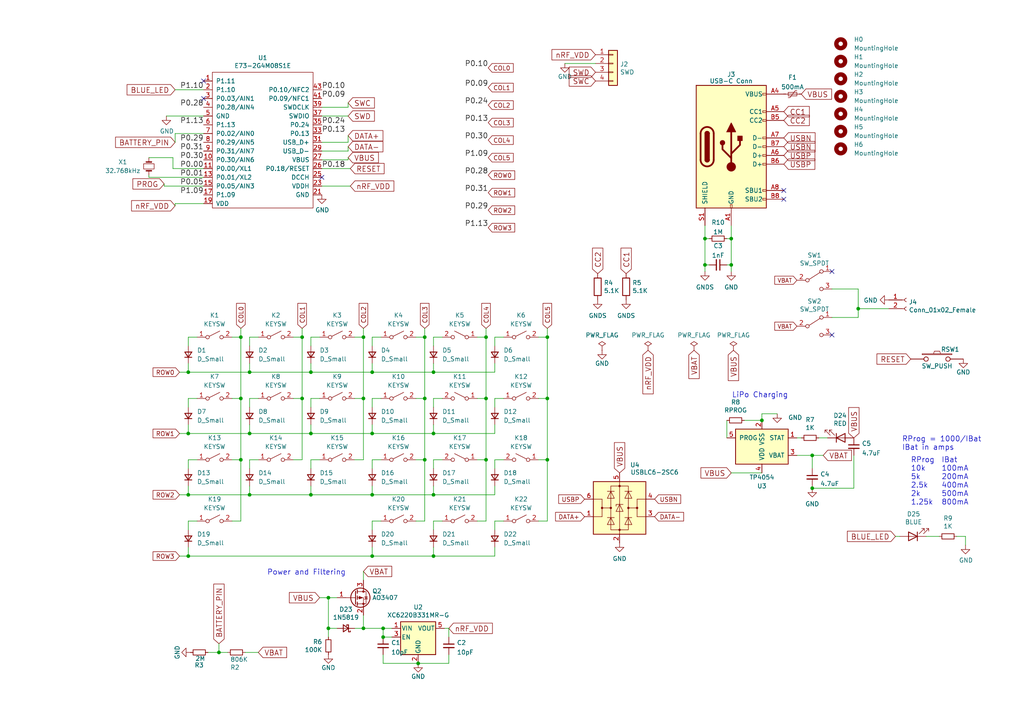
<source format=kicad_sch>
(kicad_sch (version 20210621) (generator eeschema)
  (paper "A4")
  (title_block (title "Skean") (date "2021-09-25") (rev "0.1"))
  (junction (at 54.61 107.95) (diameter 0.9144))
  (junction (at 54.61 125.73) (diameter 0.9144))
  (junction (at 54.61 143.51) (diameter 0.9144))
  (junction (at 54.61 161.29) (diameter 0.9144))
  (junction (at 63.5 189.23))
  (junction (at 69.85 97.79) (diameter 0.9144))
  (junction (at 69.85 115.57) (diameter 0.9144))
  (junction (at 69.85 133.35) (diameter 0.9144))
  (junction (at 72.39 107.95) (diameter 0.9144))
  (junction (at 72.39 125.73) (diameter 0.9144))
  (junction (at 72.39 143.51) (diameter 0.9144))
  (junction (at 87.63 97.79) (diameter 0.9144))
  (junction (at 87.63 115.57) (diameter 0.9144))
  (junction (at 90.17 107.95) (diameter 0.9144))
  (junction (at 90.17 125.73) (diameter 0.9144))
  (junction (at 90.17 143.51) (diameter 0.9144))
  (junction (at 95.25 173.355))
  (junction (at 95.25 182.245))
  (junction (at 105.41 97.79) (diameter 0.9144))
  (junction (at 105.41 115.57) (diameter 0.9144))
  (junction (at 105.41 182.245))
  (junction (at 107.95 107.95) (diameter 0.9144))
  (junction (at 107.95 125.73) (diameter 0.9144))
  (junction (at 107.95 143.51) (diameter 0.9144))
  (junction (at 107.95 161.29) (diameter 0.9144))
  (junction (at 111.125 182.245))
  (junction (at 111.125 184.785))
  (junction (at 121.285 192.405))
  (junction (at 123.19 97.79) (diameter 0.9144))
  (junction (at 123.19 115.57) (diameter 0.9144))
  (junction (at 123.19 133.35) (diameter 0.9144))
  (junction (at 125.73 107.95) (diameter 0.9144))
  (junction (at 125.73 125.73) (diameter 0.9144))
  (junction (at 125.73 143.51) (diameter 0.9144))
  (junction (at 125.73 161.29) (diameter 0.9144))
  (junction (at 140.97 97.79) (diameter 0.9144))
  (junction (at 140.97 115.57) (diameter 0.9144))
  (junction (at 140.97 133.35) (diameter 0.9144))
  (junction (at 158.75 97.79) (diameter 0.9144))
  (junction (at 158.75 115.57) (diameter 0.9144))
  (junction (at 158.75 133.35) (diameter 0.9144))
  (junction (at 204.47 69.215))
  (junction (at 204.47 76.835))
  (junction (at 212.09 69.215))
  (junction (at 212.09 76.835))
  (junction (at 220.98 121.92))
  (junction (at 235.585 132.08))
  (junction (at 235.585 141.605))
  (junction (at 248.92 89.535))
  (no_connect (at 59.055 23.495))
  (no_connect (at 59.055 28.575))
  (no_connect (at 93.345 51.435))
  (no_connect (at 227.33 55.245))
  (no_connect (at 227.33 57.785))
  (no_connect (at 241.3 78.74))
  (no_connect (at 241.3 97.155))
  (wire (pts (xy 43.18 51.435) (xy 43.18 50.8)))
  (wire (pts (xy 43.18 51.435) (xy 59.055 51.435)))
  (wire (pts (xy 47.625 53.34) (xy 47.625 53.975)))
  (wire (pts (xy 47.625 53.975) (xy 59.055 53.975)))
  (wire (pts (xy 48.26 33.655) (xy 59.055 33.655)))
  (wire (pts (xy 50.165 45.72) (xy 43.18 45.72)))
  (wire (pts (xy 50.165 48.895) (xy 50.165 45.72)))
  (wire (pts (xy 50.165 48.895) (xy 59.055 48.895)))
  (wire (pts (xy 50.8 26.035) (xy 59.055 26.035)))
  (wire (pts (xy 50.8 38.735) (xy 50.8 41.275)))
  (wire (pts (xy 50.8 38.735) (xy 59.055 38.735)))
  (wire (pts (xy 50.8 59.055) (xy 50.8 59.69)))
  (wire (pts (xy 50.8 59.055) (xy 59.055 59.055)))
  (wire (pts (xy 52.07 107.95) (xy 54.61 107.95)))
  (wire (pts (xy 52.07 125.73) (xy 54.61 125.73)))
  (wire (pts (xy 52.07 143.51) (xy 54.61 143.51)))
  (wire (pts (xy 52.07 161.29) (xy 54.61 161.29)))
  (wire (pts (xy 54.61 97.79) (xy 54.61 100.33)))
  (wire (pts (xy 54.61 105.41) (xy 54.61 107.95)))
  (wire (pts (xy 54.61 107.95) (xy 72.39 107.95)))
  (wire (pts (xy 54.61 115.57) (xy 54.61 118.11)))
  (wire (pts (xy 54.61 123.19) (xy 54.61 125.73)))
  (wire (pts (xy 54.61 125.73) (xy 72.39 125.73)))
  (wire (pts (xy 54.61 133.35) (xy 54.61 135.89)))
  (wire (pts (xy 54.61 140.97) (xy 54.61 143.51)))
  (wire (pts (xy 54.61 143.51) (xy 72.39 143.51)))
  (wire (pts (xy 54.61 151.13) (xy 54.61 153.67)))
  (wire (pts (xy 54.61 158.75) (xy 54.61 161.29)))
  (wire (pts (xy 54.61 161.29) (xy 107.95 161.29)))
  (wire (pts (xy 57.15 97.79) (xy 54.61 97.79)))
  (wire (pts (xy 57.15 115.57) (xy 54.61 115.57)))
  (wire (pts (xy 57.15 133.35) (xy 54.61 133.35)))
  (wire (pts (xy 57.15 151.13) (xy 54.61 151.13)))
  (wire (pts (xy 63.5 186.69) (xy 63.5 189.23)))
  (wire (pts (xy 63.5 189.23) (xy 60.325 189.23)))
  (wire (pts (xy 66.04 189.23) (xy 63.5 189.23)))
  (wire (pts (xy 67.31 97.79) (xy 69.85 97.79)))
  (wire (pts (xy 67.31 115.57) (xy 69.85 115.57)))
  (wire (pts (xy 67.31 133.35) (xy 69.85 133.35)))
  (wire (pts (xy 67.31 151.13) (xy 69.85 151.13)))
  (wire (pts (xy 69.85 95.25) (xy 69.85 97.79)))
  (wire (pts (xy 69.85 97.79) (xy 69.85 115.57)))
  (wire (pts (xy 69.85 115.57) (xy 69.85 133.35)))
  (wire (pts (xy 69.85 133.35) (xy 69.85 151.13)))
  (wire (pts (xy 72.39 97.79) (xy 72.39 100.33)))
  (wire (pts (xy 72.39 105.41) (xy 72.39 107.95)))
  (wire (pts (xy 72.39 107.95) (xy 90.17 107.95)))
  (wire (pts (xy 72.39 115.57) (xy 72.39 118.11)))
  (wire (pts (xy 72.39 123.19) (xy 72.39 125.73)))
  (wire (pts (xy 72.39 125.73) (xy 90.17 125.73)))
  (wire (pts (xy 72.39 133.35) (xy 72.39 135.89)))
  (wire (pts (xy 72.39 140.97) (xy 72.39 143.51)))
  (wire (pts (xy 72.39 143.51) (xy 90.17 143.51)))
  (wire (pts (xy 74.93 97.79) (xy 72.39 97.79)))
  (wire (pts (xy 74.93 115.57) (xy 72.39 115.57)))
  (wire (pts (xy 74.93 133.35) (xy 72.39 133.35)))
  (wire (pts (xy 74.93 189.23) (xy 71.12 189.23)))
  (wire (pts (xy 85.09 97.79) (xy 87.63 97.79)))
  (wire (pts (xy 85.09 115.57) (xy 87.63 115.57)))
  (wire (pts (xy 85.09 133.35) (xy 87.63 133.35)))
  (wire (pts (xy 87.63 95.25) (xy 87.63 97.79)))
  (wire (pts (xy 87.63 97.79) (xy 87.63 115.57)))
  (wire (pts (xy 87.63 115.57) (xy 87.63 133.35)))
  (wire (pts (xy 90.17 97.79) (xy 90.17 100.33)))
  (wire (pts (xy 90.17 105.41) (xy 90.17 107.95)))
  (wire (pts (xy 90.17 107.95) (xy 107.95 107.95)))
  (wire (pts (xy 90.17 115.57) (xy 90.17 118.11)))
  (wire (pts (xy 90.17 123.19) (xy 90.17 125.73)))
  (wire (pts (xy 90.17 125.73) (xy 107.95 125.73)))
  (wire (pts (xy 90.17 133.35) (xy 90.17 135.89)))
  (wire (pts (xy 90.17 140.97) (xy 90.17 143.51)))
  (wire (pts (xy 90.17 143.51) (xy 107.95 143.51)))
  (wire (pts (xy 92.71 97.79) (xy 90.17 97.79)))
  (wire (pts (xy 92.71 115.57) (xy 90.17 115.57)))
  (wire (pts (xy 92.71 133.35) (xy 90.17 133.35)))
  (wire (pts (xy 92.71 173.355) (xy 95.25 173.355)))
  (wire (pts (xy 93.345 48.895) (xy 101.6 48.895)))
  (wire (pts (xy 93.345 53.975) (xy 101.6 53.975)))
  (wire (pts (xy 95.25 173.355) (xy 97.79 173.355)))
  (wire (pts (xy 95.25 182.245) (xy 95.25 173.355)))
  (wire (pts (xy 95.25 182.245) (xy 97.79 182.245)))
  (wire (pts (xy 95.25 184.785) (xy 95.25 182.245)))
  (wire (pts (xy 100.965 29.845) (xy 100.965 31.115)))
  (wire (pts (xy 100.965 31.115) (xy 93.345 31.115)))
  (wire (pts (xy 100.965 33.655) (xy 93.345 33.655)))
  (wire (pts (xy 100.965 39.37) (xy 100.965 41.275)))
  (wire (pts (xy 100.965 41.275) (xy 93.345 41.275)))
  (wire (pts (xy 100.965 42.545) (xy 100.965 43.815)))
  (wire (pts (xy 100.965 43.815) (xy 93.345 43.815)))
  (wire (pts (xy 100.965 45.72) (xy 100.965 46.355)))
  (wire (pts (xy 100.965 46.355) (xy 93.345 46.355)))
  (wire (pts (xy 102.87 97.79) (xy 105.41 97.79)))
  (wire (pts (xy 102.87 115.57) (xy 105.41 115.57)))
  (wire (pts (xy 102.87 133.35) (xy 105.41 133.35)))
  (wire (pts (xy 102.87 182.245) (xy 105.41 182.245)))
  (wire (pts (xy 105.41 95.25) (xy 105.41 97.79)))
  (wire (pts (xy 105.41 97.79) (xy 105.41 115.57)))
  (wire (pts (xy 105.41 115.57) (xy 105.41 133.35)))
  (wire (pts (xy 105.41 165.735) (xy 105.41 168.275)))
  (wire (pts (xy 105.41 178.435) (xy 105.41 182.245)))
  (wire (pts (xy 105.41 182.245) (xy 111.125 182.245)))
  (wire (pts (xy 107.95 97.79) (xy 107.95 100.33)))
  (wire (pts (xy 107.95 105.41) (xy 107.95 107.95)))
  (wire (pts (xy 107.95 107.95) (xy 125.73 107.95)))
  (wire (pts (xy 107.95 115.57) (xy 107.95 118.11)))
  (wire (pts (xy 107.95 123.19) (xy 107.95 125.73)))
  (wire (pts (xy 107.95 125.73) (xy 125.73 125.73)))
  (wire (pts (xy 107.95 133.35) (xy 107.95 135.89)))
  (wire (pts (xy 107.95 140.97) (xy 107.95 143.51)))
  (wire (pts (xy 107.95 143.51) (xy 125.73 143.51)))
  (wire (pts (xy 107.95 151.13) (xy 107.95 153.67)))
  (wire (pts (xy 107.95 158.75) (xy 107.95 161.29)))
  (wire (pts (xy 107.95 161.29) (xy 125.73 161.29)))
  (wire (pts (xy 110.49 97.79) (xy 107.95 97.79)))
  (wire (pts (xy 110.49 115.57) (xy 107.95 115.57)))
  (wire (pts (xy 110.49 133.35) (xy 107.95 133.35)))
  (wire (pts (xy 110.49 151.13) (xy 107.95 151.13)))
  (wire (pts (xy 111.125 182.245) (xy 113.665 182.245)))
  (wire (pts (xy 111.125 184.785) (xy 111.125 182.245)))
  (wire (pts (xy 111.125 189.865) (xy 111.125 192.405)))
  (wire (pts (xy 111.125 192.405) (xy 121.285 192.405)))
  (wire (pts (xy 113.665 184.785) (xy 111.125 184.785)))
  (wire (pts (xy 120.65 97.79) (xy 123.19 97.79)))
  (wire (pts (xy 120.65 115.57) (xy 123.19 115.57)))
  (wire (pts (xy 120.65 133.35) (xy 123.19 133.35)))
  (wire (pts (xy 120.65 151.13) (xy 123.19 151.13)))
  (wire (pts (xy 123.19 95.25) (xy 123.19 97.79)))
  (wire (pts (xy 123.19 97.79) (xy 123.19 115.57)))
  (wire (pts (xy 123.19 115.57) (xy 123.19 133.35)))
  (wire (pts (xy 123.19 133.35) (xy 123.19 151.13)))
  (wire (pts (xy 125.73 97.79) (xy 125.73 100.33)))
  (wire (pts (xy 125.73 105.41) (xy 125.73 107.95)))
  (wire (pts (xy 125.73 107.95) (xy 143.51 107.95)))
  (wire (pts (xy 125.73 115.57) (xy 125.73 118.11)))
  (wire (pts (xy 125.73 123.19) (xy 125.73 125.73)))
  (wire (pts (xy 125.73 125.73) (xy 143.51 125.73)))
  (wire (pts (xy 125.73 133.35) (xy 125.73 135.89)))
  (wire (pts (xy 125.73 140.97) (xy 125.73 143.51)))
  (wire (pts (xy 125.73 143.51) (xy 143.51 143.51)))
  (wire (pts (xy 125.73 151.13) (xy 125.73 153.67)))
  (wire (pts (xy 125.73 158.75) (xy 125.73 161.29)))
  (wire (pts (xy 125.73 161.29) (xy 143.51 161.29)))
  (wire (pts (xy 128.27 97.79) (xy 125.73 97.79)))
  (wire (pts (xy 128.27 115.57) (xy 125.73 115.57)))
  (wire (pts (xy 128.27 133.35) (xy 125.73 133.35)))
  (wire (pts (xy 128.27 151.13) (xy 125.73 151.13)))
  (wire (pts (xy 128.905 182.245) (xy 130.175 182.245)))
  (wire (pts (xy 130.175 182.245) (xy 130.175 184.785)))
  (wire (pts (xy 130.175 189.865) (xy 130.175 192.405)))
  (wire (pts (xy 130.175 192.405) (xy 121.285 192.405)))
  (wire (pts (xy 138.43 97.79) (xy 140.97 97.79)))
  (wire (pts (xy 138.43 115.57) (xy 140.97 115.57)))
  (wire (pts (xy 138.43 133.35) (xy 140.97 133.35)))
  (wire (pts (xy 138.43 151.13) (xy 140.97 151.13)))
  (wire (pts (xy 140.97 95.25) (xy 140.97 97.79)))
  (wire (pts (xy 140.97 97.79) (xy 140.97 115.57)))
  (wire (pts (xy 140.97 115.57) (xy 140.97 133.35)))
  (wire (pts (xy 140.97 133.35) (xy 140.97 151.13)))
  (wire (pts (xy 143.51 97.79) (xy 143.51 100.33)))
  (wire (pts (xy 143.51 105.41) (xy 143.51 107.95)))
  (wire (pts (xy 143.51 115.57) (xy 143.51 118.11)))
  (wire (pts (xy 143.51 123.19) (xy 143.51 125.73)))
  (wire (pts (xy 143.51 133.35) (xy 143.51 135.89)))
  (wire (pts (xy 143.51 143.51) (xy 143.51 140.97)))
  (wire (pts (xy 143.51 151.13) (xy 143.51 153.67)))
  (wire (pts (xy 143.51 158.75) (xy 143.51 161.29)))
  (wire (pts (xy 146.05 97.79) (xy 143.51 97.79)))
  (wire (pts (xy 146.05 115.57) (xy 143.51 115.57)))
  (wire (pts (xy 146.05 133.35) (xy 143.51 133.35)))
  (wire (pts (xy 146.05 151.13) (xy 143.51 151.13)))
  (wire (pts (xy 156.21 97.79) (xy 158.75 97.79)))
  (wire (pts (xy 156.21 115.57) (xy 158.75 115.57)))
  (wire (pts (xy 156.21 133.35) (xy 158.75 133.35)))
  (wire (pts (xy 156.21 151.13) (xy 158.75 151.13)))
  (wire (pts (xy 158.75 95.25) (xy 158.75 97.79)))
  (wire (pts (xy 158.75 97.79) (xy 158.75 115.57)))
  (wire (pts (xy 158.75 115.57) (xy 158.75 133.35)))
  (wire (pts (xy 158.75 133.35) (xy 158.75 151.13)))
  (wire (pts (xy 172.72 18.415) (xy 163.83 18.415)))
  (wire (pts (xy 204.47 65.405) (xy 204.47 69.215)))
  (wire (pts (xy 204.47 69.215) (xy 204.47 76.835)))
  (wire (pts (xy 204.47 69.215) (xy 205.74 69.215)))
  (wire (pts (xy 204.47 76.835) (xy 204.47 78.74)))
  (wire (pts (xy 204.47 76.835) (xy 205.74 76.835)))
  (wire (pts (xy 210.82 69.215) (xy 212.09 69.215)))
  (wire (pts (xy 210.82 76.835) (xy 212.09 76.835)))
  (wire (pts (xy 210.82 121.92) (xy 210.82 127)))
  (wire (pts (xy 212.09 65.405) (xy 212.09 69.215)))
  (wire (pts (xy 212.09 69.215) (xy 212.09 76.835)))
  (wire (pts (xy 212.09 76.835) (xy 212.09 78.74)))
  (wire (pts (xy 212.09 137.16) (xy 220.98 137.16)))
  (wire (pts (xy 215.9 121.92) (xy 220.98 121.92)))
  (wire (pts (xy 220.98 120.015) (xy 220.98 121.92)))
  (wire (pts (xy 225.425 120.015) (xy 220.98 120.015)))
  (wire (pts (xy 231.14 132.08) (xy 235.585 132.08)))
  (wire (pts (xy 232.41 127) (xy 231.14 127)))
  (wire (pts (xy 235.585 132.08) (xy 235.585 135.89)))
  (wire (pts (xy 235.585 132.08) (xy 238.76 132.08)))
  (wire (pts (xy 235.585 140.97) (xy 235.585 141.605)))
  (wire (pts (xy 240.03 127) (xy 237.49 127)))
  (wire (pts (xy 241.3 83.82) (xy 248.92 83.82)))
  (wire (pts (xy 241.3 92.075) (xy 248.92 92.075)))
  (wire (pts (xy 247.65 132.08) (xy 247.65 141.605)))
  (wire (pts (xy 247.65 141.605) (xy 235.585 141.605)))
  (wire (pts (xy 248.92 83.82) (xy 248.92 89.535)))
  (wire (pts (xy 248.92 89.535) (xy 248.92 92.075)))
  (wire (pts (xy 257.81 89.535) (xy 248.92 89.535)))
  (wire (pts (xy 259.715 155.575) (xy 260.985 155.575)))
  (wire (pts (xy 268.605 155.575) (xy 272.415 155.575)))
  (wire (pts (xy 277.495 155.575) (xy 280.035 155.575)))
  (wire (pts (xy 280.035 158.115) (xy 280.035 155.575)))
  (text "Power and Filtering" (at 77.47 167.005 0) (effects (font (size 1.524 1.524)) (justify left bottom)))
  (text "LiPo Charging\n" (at 228.6 115.57 180) (effects (font (size 1.524 1.524)) (justify right bottom)))
  (text "RProg = 1000/IBat\nIBat in amps" (at 261.62 130.81 0) (effects (font (size 1.524 1.524)) (justify left bottom)))
  (text "RProg\n10k\n5k\n2.5k\n2k\n1.25k" (at 264.16 146.685 0) (effects (font (size 1.524 1.524)) (justify left bottom)))
  (text "IBat\n100mA\n200mA\n400mA\n500mA\n800mA" (at 273.05 146.685 0) (effects (font (size 1.524 1.524)) (justify left bottom)))
  (label "P1.10" (at 59.055 26.035 180) (effects (font (size 1.524 1.524))))
  (label "P0.28" (at 59.055 31.115 180) (effects (font (size 1.524 1.524))))
  (label "P1.13" (at 59.055 36.195 180) (effects (font (size 1.524 1.524))))
  (label "P0.29" (at 59.055 41.275 180) (effects (font (size 1.524 1.524))))
  (label "P0.31" (at 59.055 43.815 180) (effects (font (size 1.524 1.524))))
  (label "P0.30" (at 59.055 46.355 180) (effects (font (size 1.524 1.524))))
  (label "P0.00" (at 59.055 48.895 180) (effects (font (size 1.524 1.524))))
  (label "P0.01" (at 59.055 51.435 180) (effects (font (size 1.524 1.524))))
  (label "P0.05" (at 59.055 53.975 180) (effects (font (size 1.524 1.524))))
  (label "P1.09" (at 59.055 56.515 180) (effects (font (size 1.524 1.524))))
  (label "P0.10" (at 93.345 26.035 0) (effects (font (size 1.524 1.524))))
  (label "P0.09" (at 93.345 28.575 0) (effects (font (size 1.524 1.524))))
  (label "P0.24" (at 93.345 36.195 0) (effects (font (size 1.524 1.524))))
  (label "P0.13" (at 93.345 38.735 0) (effects (font (size 1.524 1.524))))
  (label "P0.18" (at 93.345 48.895 0) (effects (font (size 1.524 1.524))))
  (label "P0.10" (at 141.605 19.685 180) (effects (font (size 1.524 1.524))))
  (label "P0.09" (at 141.605 25.4 180) (effects (font (size 1.524 1.524))))
  (label "P0.24" (at 141.605 30.48 180) (effects (font (size 1.524 1.524))))
  (label "P0.13" (at 141.605 35.56 180) (effects (font (size 1.524 1.524))))
  (label "P0.30" (at 141.605 40.64 180) (effects (font (size 1.524 1.524))))
  (label "P1.09" (at 141.605 45.72 180) (effects (font (size 1.524 1.524))))
  (label "P0.28" (at 141.605 50.8 180) (effects (font (size 1.524 1.524))))
  (label "P0.31" (at 141.605 55.88 180) (effects (font (size 1.524 1.524))))
  (label "P0.29" (at 141.605 60.96 180) (effects (font (size 1.524 1.524))))
  (label "P1.13" (at 141.605 66.04 180) (effects (font (size 1.524 1.524))))
  (global_label "PROG" (shape input) (at 47.625 53.34 180) (effects (font (size 1.524 1.524))) (property "Intersheet References" "${INTERSHEET_REFS}" (effects hide)))
  (global_label "BLUE_LED" (shape input) (at 50.8 26.035 180) (effects (font (size 1.524 1.524))) (property "Intersheet References" "${INTERSHEET_REFS}" (effects hide)))
  (global_label "BATTERY_PIN" (shape input) (at 50.8 41.275 180) (effects (font (size 1.524 1.524))) (property "Intersheet References" "${INTERSHEET_REFS}" (effects hide)))
  (global_label "nRF_VDD" (shape input) (at 50.8 59.69 180) (effects (font (size 1.524 1.524))) (property "Intersheet References" "${INTERSHEET_REFS}" (effects hide)))
  (global_label "ROW0" (shape input) (at 52.07 107.95 180) (property "Intersheet References" "${INTERSHEET_REFS}" (effects hide)))
  (global_label "ROW1" (shape input) (at 52.07 125.73 180) (property "Intersheet References" "${INTERSHEET_REFS}" (effects hide)))
  (global_label "ROW2" (shape input) (at 52.07 143.51 180) (property "Intersheet References" "${INTERSHEET_REFS}" (effects hide)))
  (global_label "ROW3" (shape input) (at 52.07 161.29 180) (property "Intersheet References" "${INTERSHEET_REFS}" (effects hide)))
  (global_label "BATTERY_PIN" (shape input) (at 63.5 186.69 90) (effects (font (size 1.524 1.524))) (property "Intersheet References" "${INTERSHEET_REFS}" (effects hide)))
  (global_label "COL0" (shape input) (at 69.85 95.25 90) (property "Intersheet References" "${INTERSHEET_REFS}" (effects hide)))
  (global_label "VBAT" (shape input) (at 74.93 189.23 0) (effects (font (size 1.524 1.524))) (property "Intersheet References" "${INTERSHEET_REFS}" (effects hide)))
  (global_label "COL1" (shape input) (at 87.63 95.25 90) (property "Intersheet References" "${INTERSHEET_REFS}" (effects hide)))
  (global_label "VBUS" (shape input) (at 92.71 173.355 180) (effects (font (size 1.524 1.524))) (property "Intersheet References" "${INTERSHEET_REFS}" (effects hide)))
  (global_label "SWC" (shape input) (at 100.965 29.845 0) (effects (font (size 1.524 1.524))) (property "Intersheet References" "${INTERSHEET_REFS}" (effects hide)))
  (global_label "SWD" (shape input) (at 100.965 33.655 0) (effects (font (size 1.524 1.524))) (property "Intersheet References" "${INTERSHEET_REFS}" (effects hide)))
  (global_label "DATA+" (shape input) (at 100.965 39.37 0) (effects (font (size 1.524 1.524))) (property "Intersheet References" "${INTERSHEET_REFS}" (effects hide)))
  (global_label "DATA-" (shape input) (at 100.965 42.545 0) (effects (font (size 1.524 1.524))) (property "Intersheet References" "${INTERSHEET_REFS}" (effects hide)))
  (global_label "VBUS" (shape input) (at 100.965 45.72 0) (effects (font (size 1.524 1.524))) (property "Intersheet References" "${INTERSHEET_REFS}" (effects hide)))
  (global_label "RESET" (shape input) (at 101.6 48.895 0) (effects (font (size 1.524 1.524))) (property "Intersheet References" "${INTERSHEET_REFS}" (effects hide)))
  (global_label "nRF_VDD" (shape input) (at 101.6 53.975 0) (effects (font (size 1.524 1.524))) (property "Intersheet References" "${INTERSHEET_REFS}" (effects hide)))
  (global_label "COL2" (shape input) (at 105.41 95.25 90) (property "Intersheet References" "${INTERSHEET_REFS}" (effects hide)))
  (global_label "VBAT" (shape input) (at 105.41 165.735 0) (effects (font (size 1.524 1.524))) (property "Intersheet References" "${INTERSHEET_REFS}" (effects hide)))
  (global_label "COL3" (shape input) (at 123.19 95.25 90) (property "Intersheet References" "${INTERSHEET_REFS}" (effects hide)))
  (global_label "nRF_VDD" (shape input) (at 130.175 182.245 0) (effects (font (size 1.524 1.524))) (property "Intersheet References" "${INTERSHEET_REFS}" (effects hide)))
  (global_label "COL4" (shape input) (at 140.97 95.25 90) (property "Intersheet References" "${INTERSHEET_REFS}" (effects hide)))
  (global_label "COL0" (shape input) (at 141.605 19.685 0) (property "Intersheet References" "${INTERSHEET_REFS}" (effects hide)))
  (global_label "COL1" (shape input) (at 141.605 25.4 0) (property "Intersheet References" "${INTERSHEET_REFS}" (effects hide)))
  (global_label "COL2" (shape input) (at 141.605 30.48 0) (property "Intersheet References" "${INTERSHEET_REFS}" (effects hide)))
  (global_label "COL3" (shape input) (at 141.605 35.56 0) (property "Intersheet References" "${INTERSHEET_REFS}" (effects hide)))
  (global_label "COL4" (shape input) (at 141.605 40.64 0) (property "Intersheet References" "${INTERSHEET_REFS}" (effects hide)))
  (global_label "COL5" (shape input) (at 141.605 45.72 0) (property "Intersheet References" "${INTERSHEET_REFS}" (effects hide)))
  (global_label "ROW0" (shape input) (at 141.605 50.8 0) (property "Intersheet References" "${INTERSHEET_REFS}" (effects hide)))
  (global_label "ROW1" (shape input) (at 141.605 55.88 0) (property "Intersheet References" "${INTERSHEET_REFS}" (effects hide)))
  (global_label "ROW2" (shape input) (at 141.605 60.96 0) (property "Intersheet References" "${INTERSHEET_REFS}" (effects hide)))
  (global_label "ROW3" (shape input) (at 141.605 66.04 0) (property "Intersheet References" "${INTERSHEET_REFS}" (effects hide)))
  (global_label "COL5" (shape input) (at 158.75 95.25 90) (property "Intersheet References" "${INTERSHEET_REFS}" (effects hide)))
  (global_label "USBP" (shape input) (at 169.545 144.78 180) (property "Intersheet References" "${INTERSHEET_REFS}" (effects hide)))
  (global_label "DATA+" (shape input) (at 169.545 149.86 180) (property "Intersheet References" "${INTERSHEET_REFS}" (effects hide)))
  (global_label "nRF_VDD" (shape input) (at 172.72 15.875 180) (effects (font (size 1.524 1.524))) (property "Intersheet References" "${INTERSHEET_REFS}" (effects hide)))
  (global_label "SWD" (shape input) (at 172.72 20.955 180) (effects (font (size 1.524 1.524))) (property "Intersheet References" "${INTERSHEET_REFS}" (effects hide)))
  (global_label "SWC" (shape input) (at 172.72 23.495 180) (effects (font (size 1.524 1.524))) (property "Intersheet References" "${INTERSHEET_REFS}" (effects hide)))
  (global_label "CC2" (shape input) (at 173.355 79.375 90) (effects (font (size 1.524 1.524))) (property "Intersheet References" "${INTERSHEET_REFS}" (effects hide)))
  (global_label "VBUS" (shape input) (at 179.705 137.16 90) (effects (font (size 1.524 1.524))) (property "Intersheet References" "${INTERSHEET_REFS}" (effects hide)))
  (global_label "CC1" (shape input) (at 181.61 79.375 90) (effects (font (size 1.524 1.524))) (property "Intersheet References" "${INTERSHEET_REFS}" (effects hide)))
  (global_label "nRF_VDD" (shape input) (at 187.96 101.6 270) (effects (font (size 1.524 1.524))) (property "Intersheet References" "${INTERSHEET_REFS}" (effects hide)))
  (global_label "USBN" (shape input) (at 189.865 144.78 0) (property "Intersheet References" "${INTERSHEET_REFS}" (effects hide)))
  (global_label "DATA-" (shape input) (at 189.865 149.86 0) (property "Intersheet References" "${INTERSHEET_REFS}" (effects hide)))
  (global_label "VBAT" (shape input) (at 201.295 101.6 270) (effects (font (size 1.524 1.524))) (property "Intersheet References" "${INTERSHEET_REFS}" (effects hide)))
  (global_label "VBUS" (shape input) (at 212.09 137.16 180) (effects (font (size 1.524 1.524))) (property "Intersheet References" "${INTERSHEET_REFS}" (effects hide)))
  (global_label "VBUS" (shape input) (at 212.725 101.6 270) (effects (font (size 1.524 1.524))) (property "Intersheet References" "${INTERSHEET_REFS}" (effects hide)))
  (global_label "CC1" (shape input) (at 227.33 32.385 0) (effects (font (size 1.524 1.524))) (property "Intersheet References" "${INTERSHEET_REFS}" (effects hide)))
  (global_label "CC2" (shape input) (at 227.33 34.925 0) (effects (font (size 1.524 1.524))) (property "Intersheet References" "${INTERSHEET_REFS}" (effects hide)))
  (global_label "USBN" (shape input) (at 227.33 40.005 0) (effects (font (size 1.524 1.524))) (property "Intersheet References" "${INTERSHEET_REFS}" (effects hide)))
  (global_label "USBN" (shape input) (at 227.33 42.545 0) (effects (font (size 1.524 1.524))) (property "Intersheet References" "${INTERSHEET_REFS}" (effects hide)))
  (global_label "USBP" (shape input) (at 227.33 45.085 0) (effects (font (size 1.524 1.524))) (property "Intersheet References" "${INTERSHEET_REFS}" (effects hide)))
  (global_label "USBP" (shape input) (at 227.33 47.625 0) (effects (font (size 1.524 1.524))) (property "Intersheet References" "${INTERSHEET_REFS}" (effects hide)))
  (global_label "VBAT" (shape input) (at 231.14 81.28 180) (effects (font (size 1.1938 1.1938))) (property "Intersheet References" "${INTERSHEET_REFS}" (effects hide)))
  (global_label "VBAT" (shape input) (at 231.14 94.615 180) (effects (font (size 1.1938 1.1938))) (property "Intersheet References" "${INTERSHEET_REFS}" (effects hide)))
  (global_label "VBUS" (shape input) (at 232.41 27.305 0) (effects (font (size 1.524 1.524))) (property "Intersheet References" "${INTERSHEET_REFS}" (effects hide)))
  (global_label "VBAT" (shape input) (at 238.76 132.08 0) (effects (font (size 1.524 1.524))) (property "Intersheet References" "${INTERSHEET_REFS}" (effects hide)))
  (global_label "VBUS" (shape input) (at 247.65 127 90) (effects (font (size 1.524 1.524))) (property "Intersheet References" "${INTERSHEET_REFS}" (effects hide)))
  (global_label "BLUE_LED" (shape input) (at 259.715 155.575 180) (effects (font (size 1.524 1.524))) (property "Intersheet References" "${INTERSHEET_REFS}" (effects hide)))
  (global_label "RESET" (shape input) (at 264.16 104.14 180) (effects (font (size 1.524 1.524))) (property "Intersheet References" "${INTERSHEET_REFS}" (effects hide)))
  (symbol (lib_id "power:PWR_FLAG") (at 174.625 101.6 0) (unit 1)
    (property "Reference" "#FLG01" (effects hide))
    (property "Value" "PWR_FLAG" (at 174.625 97.2058 0))
  )
  (symbol (lib_id "power:PWR_FLAG") (at 187.96 101.6 0) (unit 1)
    (property "Reference" "#FLG02" (effects hide))
    (property "Value" "PWR_FLAG" (at 187.96 97.2058 0))
  )
  (symbol (lib_id "power:PWR_FLAG") (at 201.295 101.6 0) (unit 1)
    (property "Reference" "#FLG03" (effects hide))
    (property "Value" "PWR_FLAG" (at 201.295 97.2058 0))
  )
  (symbol (lib_id "power:PWR_FLAG") (at 212.725 101.6 0) (unit 1)
    (property "Reference" "#FLG04" (effects hide))
    (property "Value" "PWR_FLAG" (at 212.725 97.2058 0))
  )
  (symbol (lib_id "power:GND") (at 48.26 33.655 0) (unit 1)
    (property "Reference" "#PWR03" (effects hide))
    (property "Value" "GND" (at 48.387 38.0492 0))
  )
  (symbol (lib_id "power:GND") (at 55.245 189.23 270) (unit 1)
    (property "Reference" "#PWR07" (effects hide))
    (property "Value" "GND" (at 51.435 189.23 0))
  )
  (symbol (lib_id "power:GND") (at 93.345 56.515 0) (unit 1)
    (property "Reference" "#PWR04" (effects hide))
    (property "Value" "GND" (at 93.472 60.9092 0))
  )
  (symbol (lib_id "power:GND") (at 95.25 189.865 0) (unit 1)
    (property "Reference" "#PWR013" (effects hide))
    (property "Value" "GND" (at 95.25 193.675 0))
  )
  (symbol (lib_id "power:GND") (at 121.285 192.405 0) (unit 1)
    (property "Reference" "#PWR014" (effects hide))
    (property "Value" "GND" (at 121.285 196.215 0))
  )
  (symbol (lib_id "power:GND") (at 163.83 18.415 0) (mirror y) (unit 1)
    (property "Reference" "#PWR06" (effects hide))
    (property "Value" "GND" (at 163.83 22.225 0))
  )
  (symbol (lib_id "power:GNDS") (at 173.355 86.995 0) (unit 1)
    (property "Reference" "#PWR08" (effects hide))
    (property "Value" "GNDS" (at 173.355 91.5576 0))
  )
  (symbol (lib_id "power:GND") (at 174.625 101.6 0) (unit 1)
    (property "Reference" "#PWR011" (effects hide))
    (property "Value" "GND" (at 174.625 105.41 0))
  )
  (symbol (lib_id "power:GND") (at 179.705 157.48 0) (unit 1)
    (property "Reference" "#PWR09" (effects hide))
    (property "Value" "GND" (at 179.705 162.0426 0))
  )
  (symbol (lib_id "power:GNDS") (at 181.61 86.995 0) (unit 1)
    (property "Reference" "#PWR010" (effects hide))
    (property "Value" "GNDS" (at 181.61 91.5576 0))
  )
  (symbol (lib_id "power:GNDS") (at 204.47 78.74 0) (unit 1)
    (property "Reference" "#PWR012" (effects hide))
    (property "Value" "GNDS" (at 204.47 83.3026 0))
  )
  (symbol (lib_id "power:GND") (at 212.09 78.74 0) (unit 1)
    (property "Reference" "#PWR015" (effects hide))
    (property "Value" "GND" (at 212.09 83.3026 0))
  )
  (symbol (lib_id "power:GND") (at 225.425 120.015 0) (unit 1)
    (property "Reference" "#PWR016" (effects hide))
    (property "Value" "GND" (at 228.6 121.0944 0) (effects (justify left)))
  )
  (symbol (lib_id "power:GND") (at 235.585 141.605 0) (unit 1)
    (property "Reference" "#PWR017" (effects hide))
    (property "Value" "GND" (at 235.585 146.1676 0))
  )
  (symbol (lib_id "power:GND") (at 257.81 86.995 270) (unit 1)
    (property "Reference" "#PWR01" (effects hide))
    (property "Value" "GND" (at 254.5588 87.122 90) (effects (justify right)))
  )
  (symbol (lib_id "power:GND") (at 279.4 104.14 0) (unit 1)
    (property "Reference" "#PWR02" (effects hide))
    (property "Value" "GND" (at 279.4 107.95 0))
  )
  (symbol (lib_id "power:GND") (at 280.035 158.115 0) (unit 1)
    (property "Reference" "#PWR018" (effects hide))
    (property "Value" "GND" (at 280.162 162.5092 0))
  )
  (symbol (lib_id "Device:R_Small") (at 57.785 189.23 270) (unit 1)
    (property "Reference" "R3" (at 56.4134 192.913 90) (effects (justify left)))
    (property "Value" "2M" (at 56.642 191.008 90) (effects (justify left)))
    (property "Footprint" "Resistor_SMD:R_0603_1608Metric" (effects hide))
  )
  (symbol (lib_id "Device:R_Small") (at 68.58 189.23 270) (unit 1)
    (property "Reference" "R2" (at 66.802 193.5734 90) (effects (justify left)))
    (property "Value" "806K" (at 66.802 191.262 90) (effects (justify left)))
    (property "Footprint" "Resistor_SMD:R_0603_1608Metric" (effects hide))
  )
  (symbol (lib_id "Device:R_Small") (at 95.25 187.325 0) (mirror y) (unit 1)
    (property "Reference" "R6" (at 93.472 186.1566 0) (effects (justify left)))
    (property "Value" "100K" (at 93.472 188.468 0) (effects (justify left)))
    (property "Footprint" "Resistor_SMD:R_0603_1608Metric" (effects hide))
  )
  (symbol (lib_id "Device:R_Small") (at 208.28 69.215 90) (unit 1)
    (property "Reference" "R10" (at 208.28 64.5118 90))
    (property "Value" "1M" (at 208.28 67.2869 90))
    (property "Footprint" "Resistor_SMD:R_0603_1608Metric" (effects hide))
    (property "LCSC" "C22935" (effects hide))
  )
  (symbol (lib_id "Device:R_Small") (at 213.36 121.92 90) (mirror x) (unit 1)
    (property "Reference" "R8" (at 213.36 116.6622 90))
    (property "Value" "RPROG" (at 213.36 118.9736 90))
    (property "Footprint" "Resistor_SMD:R_0603_1608Metric" (effects hide))
  )
  (symbol (lib_id "Device:R_Small") (at 234.95 127 270) (mirror x) (unit 1)
    (property "Reference" "R7" (at 234.95 121.7422 90))
    (property "Value" "1K" (at 234.95 124.0536 90))
    (property "Footprint" "Resistor_SMD:R_0603_1608Metric" (effects hide))
  )
  (symbol (lib_id "Device:R_Small") (at 274.955 155.575 90) (unit 1)
    (property "Reference" "R9" (at 274.955 150.3172 90))
    (property "Value" "1K" (at 274.955 152.6286 90))
    (property "Footprint" "Resistor_SMD:R_0603_1608Metric" (effects hide))
  )
  (symbol (lib_id "Device:Polyfuse_Small") (at 229.87 27.305 90) (unit 1)
    (property "Reference" "F1" (at 229.87 22.4494 90))
    (property "Value" "500mA" (at 229.87 25.2245 90))
    (property "Footprint" "Fuse:Fuse_1206_3216Metric" (effects hide))
    (property "LCSC" "C883122" (effects hide))
  )
  (symbol (lib_id "Device:D_Small") (at 54.61 102.87 90) (unit 1)
    (property "Reference" "D1" (at 57.15 101.6 90) (effects (justify right)))
    (property "Value" "D_Small" (at 57.15 104.14 90) (effects (justify right)))
    (property "Footprint" "kbd:D3_SMD" (effects hide))
  )
  (symbol (lib_id "Device:D_Small") (at 54.61 120.65 90) (unit 1)
    (property "Reference" "D7" (at 57.15 119.38 90) (effects (justify right)))
    (property "Value" "D_Small" (at 57.15 121.92 90) (effects (justify right)))
    (property "Footprint" "kbd:D3_SMD" (effects hide))
  )
  (symbol (lib_id "Device:D_Small") (at 54.61 138.43 90) (unit 1)
    (property "Reference" "D13" (at 57.15 137.16 90) (effects (justify right)))
    (property "Value" "D_Small" (at 57.15 139.7 90) (effects (justify right)))
    (property "Footprint" "kbd:D3_SMD" (effects hide))
  )
  (symbol (lib_id "Device:D_Small") (at 54.61 156.21 90) (unit 1)
    (property "Reference" "D19" (at 57.15 154.94 90) (effects (justify right)))
    (property "Value" "D_Small" (at 57.15 157.48 90) (effects (justify right)))
    (property "Footprint" "kbd:D3_SMD" (effects hide))
  )
  (symbol (lib_id "Device:D_Small") (at 72.39 102.87 90) (unit 1)
    (property "Reference" "D2" (at 74.93 101.6 90) (effects (justify right)))
    (property "Value" "D_Small" (at 74.93 104.14 90) (effects (justify right)))
    (property "Footprint" "kbd:D3_SMD" (effects hide))
  )
  (symbol (lib_id "Device:D_Small") (at 72.39 120.65 90) (unit 1)
    (property "Reference" "D8" (at 74.93 119.38 90) (effects (justify right)))
    (property "Value" "D_Small" (at 74.93 121.92 90) (effects (justify right)))
    (property "Footprint" "kbd:D3_SMD" (effects hide))
  )
  (symbol (lib_id "Device:D_Small") (at 72.39 138.43 90) (unit 1)
    (property "Reference" "D14" (at 74.93 137.16 90) (effects (justify right)))
    (property "Value" "D_Small" (at 74.93 139.7 90) (effects (justify right)))
    (property "Footprint" "kbd:D3_SMD" (effects hide))
  )
  (symbol (lib_id "Device:D_Small") (at 90.17 102.87 90) (unit 1)
    (property "Reference" "D3" (at 92.71 101.6 90) (effects (justify right)))
    (property "Value" "D_Small" (at 92.71 104.14 90) (effects (justify right)))
    (property "Footprint" "kbd:D3_SMD" (effects hide))
  )
  (symbol (lib_id "Device:D_Small") (at 90.17 120.65 90) (unit 1)
    (property "Reference" "D9" (at 92.71 119.38 90) (effects (justify right)))
    (property "Value" "D_Small" (at 92.71 121.92 90) (effects (justify right)))
    (property "Footprint" "kbd:D3_SMD" (effects hide))
  )
  (symbol (lib_id "Device:D_Small") (at 90.17 138.43 90) (unit 1)
    (property "Reference" "D15" (at 92.71 137.16 90) (effects (justify right)))
    (property "Value" "D_Small" (at 92.71 139.7 90) (effects (justify right)))
    (property "Footprint" "kbd:D3_SMD" (effects hide))
  )
  (symbol (lib_id "Device:D_Schottky_Small") (at 100.33 182.245 180) (unit 1)
    (property "Reference" "D23" (at 100.33 176.7586 0))
    (property "Value" "1N5819" (at 100.33 179.07 0))
    (property "Footprint" "Diode_SMD:D_SOD-323_HandSoldering" (effects hide))
  )
  (symbol (lib_id "Device:D_Small") (at 107.95 102.87 90) (unit 1)
    (property "Reference" "D4" (at 110.49 101.6 90) (effects (justify right)))
    (property "Value" "D_Small" (at 110.49 104.14 90) (effects (justify right)))
    (property "Footprint" "kbd:D3_SMD" (effects hide))
  )
  (symbol (lib_id "Device:D_Small") (at 107.95 120.65 90) (unit 1)
    (property "Reference" "D10" (at 110.49 119.38 90) (effects (justify right)))
    (property "Value" "D_Small" (at 110.49 121.92 90) (effects (justify right)))
    (property "Footprint" "kbd:D3_SMD" (effects hide))
  )
  (symbol (lib_id "Device:D_Small") (at 107.95 138.43 90) (unit 1)
    (property "Reference" "D16" (at 110.49 137.16 90) (effects (justify right)))
    (property "Value" "D_Small" (at 110.49 139.7 90) (effects (justify right)))
    (property "Footprint" "kbd:D3_SMD" (effects hide))
  )
  (symbol (lib_id "Device:D_Small") (at 107.95 156.21 90) (unit 1)
    (property "Reference" "D20" (at 110.49 154.94 90) (effects (justify right)))
    (property "Value" "D_Small" (at 110.49 157.48 90) (effects (justify right)))
    (property "Footprint" "kbd:D3_SMD" (effects hide))
  )
  (symbol (lib_id "Device:D_Small") (at 125.73 102.87 90) (unit 1)
    (property "Reference" "D5" (at 128.27 101.6 90) (effects (justify right)))
    (property "Value" "D_Small" (at 128.27 104.14 90) (effects (justify right)))
    (property "Footprint" "kbd:D3_SMD" (effects hide))
  )
  (symbol (lib_id "Device:D_Small") (at 125.73 120.65 90) (unit 1)
    (property "Reference" "D11" (at 128.27 119.38 90) (effects (justify right)))
    (property "Value" "D_Small" (at 128.27 121.92 90) (effects (justify right)))
    (property "Footprint" "kbd:D3_SMD" (effects hide))
  )
  (symbol (lib_id "Device:D_Small") (at 125.73 138.43 90) (unit 1)
    (property "Reference" "D17" (at 128.27 137.16 90) (effects (justify right)))
    (property "Value" "D_Small" (at 128.27 139.7 90) (effects (justify right)))
    (property "Footprint" "kbd:D3_SMD" (effects hide))
  )
  (symbol (lib_id "Device:D_Small") (at 125.73 156.21 90) (unit 1)
    (property "Reference" "D21" (at 128.27 154.94 90) (effects (justify right)))
    (property "Value" "D_Small" (at 128.27 157.48 90) (effects (justify right)))
    (property "Footprint" "kbd:D3_SMD" (effects hide))
  )
  (symbol (lib_id "Device:D_Small") (at 143.51 102.87 90) (unit 1)
    (property "Reference" "D6" (at 146.05 101.6 90) (effects (justify right)))
    (property "Value" "D_Small" (at 146.05 104.14 90) (effects (justify right)))
    (property "Footprint" "kbd:D3_SMD" (effects hide))
  )
  (symbol (lib_id "Device:D_Small") (at 143.51 120.65 90) (unit 1)
    (property "Reference" "D12" (at 146.05 119.38 90) (effects (justify right)))
    (property "Value" "D_Small" (at 146.05 121.92 90) (effects (justify right)))
    (property "Footprint" "kbd:D3_SMD" (effects hide))
  )
  (symbol (lib_id "Device:D_Small") (at 143.51 138.43 90) (unit 1)
    (property "Reference" "D18" (at 146.05 137.16 90) (effects (justify right)))
    (property "Value" "D_Small" (at 146.05 139.7 90) (effects (justify right)))
    (property "Footprint" "kbd:D3_SMD" (effects hide))
  )
  (symbol (lib_id "Device:D_Small") (at 143.51 156.21 90) (unit 1)
    (property "Reference" "D22" (at 146.05 154.94 90) (effects (justify right)))
    (property "Value" "D_Small" (at 146.05 157.48 90) (effects (justify right)))
    (property "Footprint" "kbd:D3_SMD" (effects hide))
  )
  (symbol (lib_id "Mechanical:MountingHole") (at 243.84 12.7 0) (unit 1)
    (property "Reference" "H0" (at 247.65 11.43 0) (effects (justify left)))
    (property "Value" "MountingHole" (at 247.65 13.97 0) (effects (justify left)))
    (property "Footprint" "kbd:M2-MountingHole-Standoff" (effects hide))
  )
  (symbol (lib_id "Mechanical:MountingHole") (at 243.84 17.78 0) (unit 1)
    (property "Reference" "H1" (at 247.65 16.51 0) (effects (justify left)))
    (property "Value" "MountingHole" (at 247.65 19.05 0) (effects (justify left)))
    (property "Footprint" "kbd:M2-MountingHole-Standoff" (effects hide))
  )
  (symbol (lib_id "Mechanical:MountingHole") (at 243.84 22.86 0) (unit 1)
    (property "Reference" "H2" (at 247.65 21.59 0) (effects (justify left)))
    (property "Value" "MountingHole" (at 247.65 24.13 0) (effects (justify left)))
    (property "Footprint" "kbd:M2-MountingHole-Standoff" (effects hide))
  )
  (symbol (lib_id "Mechanical:MountingHole") (at 243.84 27.94 0) (unit 1)
    (property "Reference" "H3" (at 247.65 26.67 0) (effects (justify left)))
    (property "Value" "MountingHole" (at 247.65 29.21 0) (effects (justify left)))
    (property "Footprint" "kbd:M2-MountingHole-Standoff" (effects hide))
  )
  (symbol (lib_id "Mechanical:MountingHole") (at 243.84 33.02 0) (unit 1)
    (property "Reference" "H4" (at 247.65 31.75 0) (effects (justify left)))
    (property "Value" "MountingHole" (at 247.65 34.29 0) (effects (justify left)))
    (property "Footprint" "kbd:M2-MountingHole-Standoff" (effects hide))
  )
  (symbol (lib_id "Mechanical:MountingHole") (at 243.84 38.1 0) (unit 1)
    (property "Reference" "H5" (at 247.65 36.83 0) (effects (justify left)))
    (property "Value" "MountingHole" (at 247.65 39.37 0) (effects (justify left)))
    (property "Footprint" "kbd:M2-MountingHole-Standoff" (effects hide))
  )
  (symbol (lib_id "Mechanical:MountingHole") (at 243.84 43.18 0) (unit 1)
    (property "Reference" "H6" (at 247.65 41.91 0) (effects (justify left)))
    (property "Value" "MountingHole" (at 247.65 44.45 0) (effects (justify left)))
    (property "Footprint" "kbd:M2-MountingHole-Standoff" (effects hide))
  )
  (symbol (lib_id "Device:Crystal_Small") (at 43.18 48.26 270) (mirror x) (unit 1)
    (property "Reference" "X1" (at 34.29 46.99 90) (effects (justify left)))
    (property "Value" "32.768kHz" (at 30.48 49.53 90) (effects (justify left)))
    (property "Footprint" "Crystal:Crystal_SMD_MicroCrystal_CM9V-T1A-2Pin_1.6x1.0mm" (effects hide))
  )
  (symbol (lib_id "Device:R") (at 173.355 83.185 0) (unit 1)
    (property "Reference" "R4" (at 175.133 82.0166 0) (effects (justify left)))
    (property "Value" "5.1K" (at 175.133 84.328 0) (effects (justify left)))
    (property "Footprint" "Resistor_SMD:R_0603_1608Metric" (effects hide))
  )
  (symbol (lib_id "Device:R") (at 181.61 83.185 0) (unit 1)
    (property "Reference" "R5" (at 183.388 82.0166 0) (effects (justify left)))
    (property "Value" "5.1K" (at 183.388 84.328 0) (effects (justify left)))
    (property "Footprint" "Resistor_SMD:R_0603_1608Metric" (effects hide))
  )
  (symbol (lib_id "Device:C_Small") (at 111.125 187.325 0) (unit 1)
    (property "Reference" "C1" (at 113.4492 186.4165 0) (effects (justify left)))
    (property "Value" "10pF" (at 113.4492 189.1916 0) (effects (justify left)))
    (property "Footprint" "Capacitor_SMD:C_0603_1608Metric" (effects hide))
    (property "LCSC" "C1634" (effects hide))
  )
  (symbol (lib_id "Device:C_Small") (at 130.175 187.325 0) (unit 1)
    (property "Reference" "C2" (at 132.4992 186.4165 0) (effects (justify left)))
    (property "Value" "10pF" (at 132.4992 189.1916 0) (effects (justify left)))
    (property "Footprint" "Capacitor_SMD:C_0603_1608Metric" (effects hide))
    (property "LCSC" "C1634" (effects hide))
  )
  (symbol (lib_id "Device:C_Small") (at 208.28 76.835 270) (unit 1)
    (property "Reference" "C3" (at 208.28 71.3063 90))
    (property "Value" "1nF" (at 208.28 74.0814 90))
    (property "Footprint" "Capacitor_SMD:C_0603_1608Metric" (effects hide))
    (property "LCSC" "C1588" (effects hide))
  )
  (symbol (lib_id "Device:C_Small") (at 235.585 138.43 0) (unit 1)
    (property "Reference" "C4" (at 237.9092 137.5215 0) (effects (justify left)))
    (property "Value" "4.7uF" (at 237.9092 140.2966 0) (effects (justify left)))
    (property "Footprint" "Capacitor_SMD:C_0603_1608Metric" (effects hide))
    (property "LCSC" "C19666" (effects hide))
  )
  (symbol (lib_id "Device:C_Small") (at 247.65 129.54 0) (unit 1)
    (property "Reference" "C5" (at 249.9742 128.6315 0) (effects (justify left)))
    (property "Value" "4.7uF" (at 249.9742 131.4066 0) (effects (justify left)))
    (property "Footprint" "Capacitor_SMD:C_0603_1608Metric" (effects hide))
    (property "LCSC" "C19666" (effects hide))
  )
  (symbol (lib_id "Connector:Conn_01x02_Female") (at 262.89 86.995 0) (unit 1)
    (property "Reference" "J4" (at 263.6012 87.6046 0) (effects (justify left)))
    (property "Value" "Conn_01x02_Female" (at 263.6012 89.916 0) (effects (justify left)))
    (property "Footprint" "kbd:Battery_TH" (effects hide))
  )
  (symbol (lib_id "Keyboard_Components:KEYSW") (at 62.23 97.79 0) (unit 1)
    (property "Reference" "K1" (at 62.23 91.44 0))
    (property "Value" "KEYSW" (at 62.23 93.98 0))
    (property "Footprint" "kbd:MX-Alps-1U-REV" (effects hide))
  )
  (symbol (lib_id "Keyboard_Components:KEYSW") (at 62.23 115.57 0) (unit 1)
    (property "Reference" "K7" (at 62.23 109.22 0))
    (property "Value" "KEYSW" (at 62.23 111.76 0))
    (property "Footprint" "kbd:MX-Alps-1U-REV" (effects hide))
  )
  (symbol (lib_id "Keyboard_Components:KEYSW") (at 62.23 133.35 0) (unit 1)
    (property "Reference" "K13" (at 62.23 127 0))
    (property "Value" "KEYSW" (at 62.23 129.54 0))
    (property "Footprint" "kbd:MX-Alps-1U-REV" (effects hide))
  )
  (symbol (lib_id "Keyboard_Components:KEYSW") (at 62.23 151.13 0) (unit 1)
    (property "Reference" "K19" (at 62.23 144.78 0))
    (property "Value" "KEYSW" (at 62.23 147.32 0))
    (property "Footprint" "kbd:MX-Alps-1U-REV" (effects hide))
  )
  (symbol (lib_id "Keyboard_Components:KEYSW") (at 80.01 97.79 0) (unit 1)
    (property "Reference" "K2" (at 80.01 91.44 0))
    (property "Value" "KEYSW" (at 80.01 93.98 0))
    (property "Footprint" "kbd:MX-Alps-1U-REV" (effects hide))
  )
  (symbol (lib_id "Keyboard_Components:KEYSW") (at 80.01 115.57 0) (unit 1)
    (property "Reference" "K8" (at 80.01 109.22 0))
    (property "Value" "KEYSW" (at 80.01 111.76 0))
    (property "Footprint" "kbd:MX-Alps-1U-REV" (effects hide))
  )
  (symbol (lib_id "Keyboard_Components:KEYSW") (at 80.01 133.35 0) (unit 1)
    (property "Reference" "K14" (at 80.01 127 0))
    (property "Value" "KEYSW" (at 80.01 129.54 0))
    (property "Footprint" "kbd:MX-Alps-1U-REV" (effects hide))
  )
  (symbol (lib_id "Keyboard_Components:KEYSW") (at 97.79 97.79 0) (unit 1)
    (property "Reference" "K3" (at 97.79 91.44 0))
    (property "Value" "KEYSW" (at 97.79 93.98 0))
    (property "Footprint" "kbd:MX-Alps-1U-REV" (effects hide))
  )
  (symbol (lib_id "Keyboard_Components:KEYSW") (at 97.79 115.57 0) (unit 1)
    (property "Reference" "K9" (at 97.79 109.22 0))
    (property "Value" "KEYSW" (at 97.79 111.76 0))
    (property "Footprint" "kbd:MX-Alps-1U-REV" (effects hide))
  )
  (symbol (lib_id "Keyboard_Components:KEYSW") (at 97.79 133.35 0) (unit 1)
    (property "Reference" "K15" (at 97.79 127 0))
    (property "Value" "KEYSW" (at 97.79 129.54 0))
    (property "Footprint" "kbd:MX-Alps-1U-REV" (effects hide))
  )
  (symbol (lib_id "Keyboard_Components:KEYSW") (at 115.57 97.79 0) (unit 1)
    (property "Reference" "K4" (at 115.57 91.44 0))
    (property "Value" "KEYSW" (at 115.57 93.98 0))
    (property "Footprint" "kbd:MX-Alps-1U-REV" (effects hide))
  )
  (symbol (lib_id "Keyboard_Components:KEYSW") (at 115.57 115.57 0) (unit 1)
    (property "Reference" "K10" (at 115.57 109.22 0))
    (property "Value" "KEYSW" (at 115.57 111.76 0))
    (property "Footprint" "kbd:MX-Alps-1U-REV" (effects hide))
  )
  (symbol (lib_id "Keyboard_Components:KEYSW") (at 115.57 133.35 0) (unit 1)
    (property "Reference" "K16" (at 115.57 127 0))
    (property "Value" "KEYSW" (at 115.57 129.54 0))
    (property "Footprint" "kbd:MX-Alps-1U-REV" (effects hide))
  )
  (symbol (lib_id "Keyboard_Components:KEYSW") (at 115.57 151.13 0) (unit 1)
    (property "Reference" "K20" (at 115.57 144.78 0))
    (property "Value" "KEYSW" (at 115.57 147.32 0))
    (property "Footprint" "kbd:MX-Alps-1U-REV" (effects hide))
  )
  (symbol (lib_id "Keyboard_Components:KEYSW") (at 133.35 97.79 0) (mirror y) (unit 1)
    (property "Reference" "K5" (at 133.35 91.44 0))
    (property "Value" "KEYSW" (at 133.35 93.98 0))
    (property "Footprint" "kbd:MX-Alps-1U-REV" (effects hide))
  )
  (symbol (lib_id "Keyboard_Components:KEYSW") (at 133.35 115.57 0) (mirror y) (unit 1)
    (property "Reference" "K11" (at 133.35 109.22 0))
    (property "Value" "KEYSW" (at 133.35 111.76 0))
    (property "Footprint" "kbd:MX-Alps-1U-REV" (effects hide))
  )
  (symbol (lib_id "Keyboard_Components:KEYSW") (at 133.35 133.35 0) (mirror y) (unit 1)
    (property "Reference" "K17" (at 133.35 127 0))
    (property "Value" "KEYSW" (at 133.35 129.54 0))
    (property "Footprint" "kbd:MX-Alps-1U-REV" (effects hide))
  )
  (symbol (lib_id "Keyboard_Components:KEYSW") (at 133.35 151.13 0) (unit 1)
    (property "Reference" "K21" (at 133.35 144.78 0))
    (property "Value" "KEYSW" (at 133.35 147.32 0))
    (property "Footprint" "kbd:MX-Alps-1U-REV" (effects hide))
  )
  (symbol (lib_id "Keyboard_Components:KEYSW") (at 151.13 97.79 0) (unit 1)
    (property "Reference" "K6" (at 151.13 91.44 0))
    (property "Value" "KEYSW" (at 151.13 93.98 0))
    (property "Footprint" "kbd:MX-Alps-1U-REV" (effects hide))
  )
  (symbol (lib_id "Keyboard_Components:KEYSW") (at 151.13 115.57 0) (unit 1)
    (property "Reference" "K12" (at 151.13 109.22 0))
    (property "Value" "KEYSW" (at 151.13 111.76 0))
    (property "Footprint" "kbd:MX-Alps-1U-REV" (effects hide))
  )
  (symbol (lib_id "Keyboard_Components:KEYSW") (at 151.13 133.35 0) (mirror y) (unit 1)
    (property "Reference" "K18" (at 151.13 127 0))
    (property "Value" "KEYSW" (at 151.13 129.54 0))
    (property "Footprint" "kbd:MX-Alps-1U-REV" (effects hide))
  )
  (symbol (lib_id "Keyboard_Components:KEYSW") (at 151.13 151.13 0) (unit 1)
    (property "Reference" "K22" (at 151.13 144.78 0))
    (property "Value" "KEYSW" (at 151.13 147.32 0))
    (property "Footprint" "kbd:MX-Alps-1.5U-REV" (effects hide))
  )
  (symbol (lib_id "Device:LED") (at 243.84 127 0) (mirror x) (unit 1)
    (property "Reference" "D24" (at 243.6622 120.523 0))
    (property "Value" "RED" (at 243.6622 122.8344 0))
    (property "Footprint" "LED_SMD:LED_0603_1608Metric" (effects hide))
  )
  (symbol (lib_id "Device:LED") (at 264.795 155.575 180) (unit 1)
    (property "Reference" "D25" (at 264.9728 149.098 0))
    (property "Value" "BLUE" (at 264.9728 151.4094 0))
    (property "Footprint" "LED_SMD:LED_0603_1608Metric" (effects hide))
  )
  (symbol (lib_id "corne-cherry-rescue:SW_PUSH-kbd-corne-cherry-rescue") (at 271.78 104.14 0) (unit 1)
    (property "Reference" "RSW1" (at 275.59 101.346 0))
    (property "Value" "SW_PUSH" (at 271.78 106.172 0))
    (property "Footprint" "Button_Switch_SMD:SW_SPST_EVQP7C" (effects hide))
  )
  (symbol (lib_id "Switch:SW_SPDT") (at 236.22 81.28 0) (unit 1)
    (property "Reference" "SW1" (at 236.22 74.041 0))
    (property "Value" "SW_SPDT" (at 236.22 76.3524 0))
    (property "Footprint" "Buttons_Switches:SW_SPDT+H-MSK12C01_hor(7pin_SMD)" (effects hide))
  )
  (symbol (lib_id "Switch:SW_SPDT") (at 236.22 94.615 0) (unit 1)
    (property "Reference" "SW2" (at 236.22 87.376 0))
    (property "Value" "SW_SPDT" (at 236.22 89.6874 0))
    (property "Footprint" "Buttons_Switches:SW_SPDT+H-MSK12C01_hor(7pin_SMD)" (effects hide))
  )
  (symbol (lib_id "Connector_Generic:Conn_01x04") (at 177.8 18.415 0) (unit 1)
    (property "Reference" "J2" (at 179.832 18.6182 0) (effects (justify left)))
    (property "Value" "SWD" (at 179.832 20.9296 0) (effects (justify left)))
    (property "Footprint" "skean:connector_swd" (effects hide))
  )
  (symbol (lib_id "Device:Q_PMOS_GSD") (at 102.87 173.355 0) (unit 1)
    (property "Reference" "Q2" (at 107.95 171.45 0) (effects (justify left)))
    (property "Value" "AO3407" (at 107.95 173.355 0) (effects (justify left)))
    (property "Footprint" "Package_TO_SOT_SMD:SOT-23" (effects hide))
  )
  (symbol (lib_id "Regulator_Linear:AP2112K-3.3") (at 121.285 184.785 0) (unit 1)
    (property "Reference" "U2" (at 121.285 176.0982 0))
    (property "Value" "XC6220B331MR-G" (at 121.285 178.4096 0))
    (property "Footprint" "Package_TO_SOT_SMD:SOT-23-5" (effects hide))
    (property "Datasheet" "https://www.diodes.com/assets/Datasheets/AP2112.pdf" (effects hide))
  )
  (symbol (lib_id "Battery_Management:MCP73831-3-OT") (at 220.98 129.54 0) (mirror x) (unit 1)
    (property "Reference" "U3" (at 220.98 140.97 0))
    (property "Value" "TP4054" (at 220.98 138.43 0))
    (property "Footprint" "Package_TO_SOT_SMD:SOT-23-5" (effects hide))
    (property "Datasheet" "http://ww1.microchip.com/downloads/en/DeviceDoc/20001984g.pdf" (effects hide))
  )
  (symbol (lib_id "Power_Protection:USBLC6-2SC6") (at 179.705 147.32 0) (unit 1)
    (property "Reference" "U4" (at 184.15 134.8444 0))
    (property "Value" "USBLC6-2SC6" (at 189.865 136.9845 0))
    (property "Footprint" "Package_TO_SOT_SMD:SOT-23-6" (effects hide))
    (property "Datasheet" "https://www.st.com/resource/en/datasheet/usblc6-2.pdf" (effects hide))
    (property "LCSC" "C558442" (effects hide))
  )
  (symbol (lib_id "Connector:USB_C_Receptacle_USB2.0") (at 212.09 42.545 0) (unit 1)
    (property "Reference" "J3" (at 212.09 21.59 0))
    (property "Value" "USB-C Conn" (at 212.09 23.495 0))
    (property "Footprint" "skean:USB-C_C168688_REV" (effects hide))
    (property "Datasheet" "https://www.usb.org/sites/default/files/documents/usb_type-c.zip" (effects hide))
  )
  (symbol (lib_id "nrfmicro:E73-2G4M08S1C-52840") (at 76.835 51.435 0) (unit 1)
    (property "Reference" "U1" (at 76.2 16.764 0))
    (property "Value" "E73-2G4M08S1E" (at 76.2 19.0754 0))
    (property "Footprint" "skean:E73-2G4M08S1E-52833-REV" (effects hide))
  )
)
</source>
